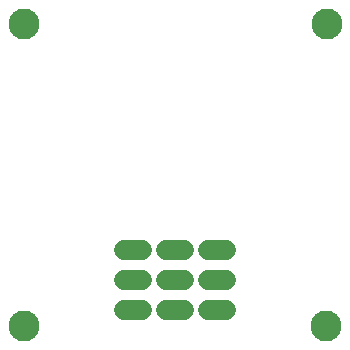
<source format=gts>
G75*
G70*
%OFA0B0*%
%FSLAX24Y24*%
%IPPOS*%
%LPD*%
%AMOC8*
5,1,8,0,0,1.08239X$1,22.5*
%
%ADD10C,0.1030*%
%ADD11C,0.0680*%
D10*
X001390Y001394D03*
X011461Y001395D03*
X011477Y011471D03*
X001380Y011481D03*
D11*
X004732Y003934D02*
X005332Y003934D01*
X006132Y003934D02*
X006732Y003934D01*
X007532Y003934D02*
X008132Y003934D01*
X008132Y002934D02*
X007532Y002934D01*
X006732Y002934D02*
X006132Y002934D01*
X005332Y002934D02*
X004732Y002934D01*
X004732Y001934D02*
X005332Y001934D01*
X006132Y001934D02*
X006732Y001934D01*
X007532Y001934D02*
X008132Y001934D01*
M02*

</source>
